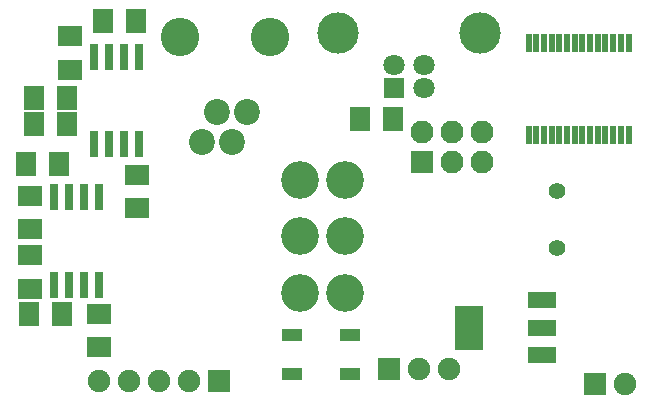
<source format=gbr>
G04 DipTrace 2.4.0.2*
%INBottomMask.gbr*%
%MOIN*%
%ADD42C,0.128*%
%ADD52C,0.0559*%
%ADD54C,0.1378*%
%ADD56C,0.0709*%
%ADD58R,0.0709X0.0709*%
%ADD60R,0.0669X0.0433*%
%ADD66C,0.0866*%
%ADD68C,0.126*%
%ADD70R,0.0315X0.0866*%
%ADD72C,0.0768*%
%ADD74R,0.0768X0.0768*%
%ADD76R,0.0197X0.063*%
%ADD82R,0.0787X0.0709*%
%ADD84R,0.0709X0.0787*%
%ADD86C,0.0748*%
%ADD88R,0.0748X0.0748*%
%ADD90R,0.0945X0.1496*%
%ADD92R,0.0959X0.0559*%
%FSLAX44Y44*%
G04*
G70*
G90*
G75*
G01*
%LNBotMask*%
%LPD*%
D92*
X22251Y7438D3*
Y6532D3*
Y5627D3*
D90*
X19814Y6532D3*
D88*
X11500Y4750D3*
D86*
X10500D3*
X9500D3*
X8500D3*
X7500D3*
D84*
X17286Y13502D3*
X16183D3*
X6437Y13312D3*
X5335D3*
X6249Y7000D3*
X5147D3*
D82*
X5187Y8938D3*
Y7836D3*
D84*
X6437Y14187D3*
X5335D3*
D82*
X7499Y5875D3*
Y6977D3*
X8761Y10511D3*
Y11613D3*
D84*
X7636Y16738D3*
X8738D3*
X5062Y12000D3*
X6164D3*
D76*
X25140Y12938D3*
X24884D3*
X24628D3*
X24373D3*
X24117D3*
X23861D3*
X23605D3*
X23349D3*
X23093D3*
X22837D3*
X22581D3*
X22325D3*
X22069D3*
X21813D3*
Y16009D3*
X22069D3*
X22325D3*
X22581D3*
X22837D3*
X23093D3*
X23349D3*
X23605D3*
X23861D3*
X24117D3*
X24373D3*
X24628D3*
X24884D3*
X25140D3*
D74*
X18259Y12071D3*
D72*
X19259D3*
X20259D3*
Y13071D3*
X19259D3*
X18259D3*
D70*
X5999Y10875D3*
X6499D3*
X6999D3*
X7499D3*
Y7962D3*
X6999D3*
X6499D3*
X5999D3*
X7312Y15562D3*
X7812D3*
X8312D3*
X8812D3*
Y12649D3*
X8312D3*
X7812D3*
X7312D3*
D68*
X14187Y7687D3*
Y9577D3*
Y11467D3*
X15687Y11469D3*
Y9579D3*
Y7689D3*
D88*
X24026Y4650D3*
D86*
X25026D3*
D88*
X17156Y5146D3*
D86*
X18156D3*
X19156D3*
D82*
X6511Y15136D3*
Y16238D3*
X5187Y9813D3*
Y10915D3*
D66*
X12424Y13717D3*
X11924Y12717D3*
X11424Y13717D3*
X10924Y12717D3*
D42*
X10174Y16216D3*
X13174D3*
D60*
X13928Y4997D3*
Y6296D3*
X15857D3*
Y4997D3*
D58*
X17336Y14508D3*
D56*
X18320D3*
Y15295D3*
X17336D3*
D54*
X20198Y16362D3*
X15458D3*
D52*
X22756Y11078D3*
Y9178D3*
M02*

</source>
